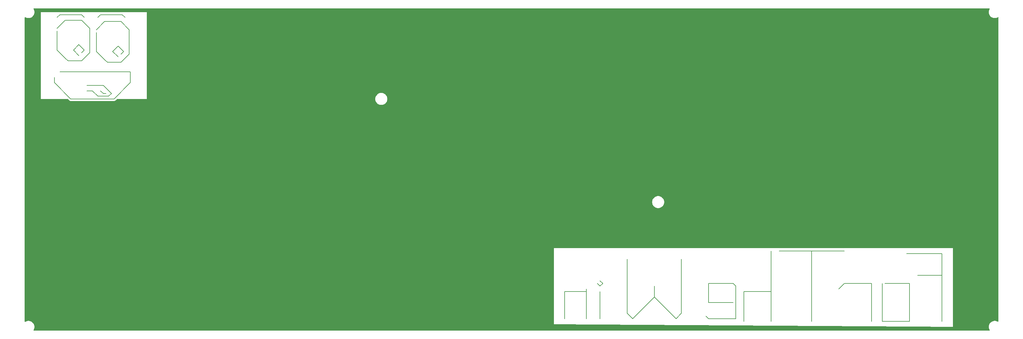
<source format=gbr>
%TF.GenerationSoftware,KiCad,Pcbnew,8.0.1*%
%TF.CreationDate,2024-05-23T20:02:43-06:00*%
%TF.ProjectId,BackDesign,4261636b-4465-4736-9967-6e2e6b696361,rev?*%
%TF.SameCoordinates,Original*%
%TF.FileFunction,Copper,L2,Bot*%
%TF.FilePolarity,Positive*%
%FSLAX46Y46*%
G04 Gerber Fmt 4.6, Leading zero omitted, Abs format (unit mm)*
G04 Created by KiCad (PCBNEW 8.0.1) date 2024-05-23 20:02:43*
%MOMM*%
%LPD*%
G01*
G04 APERTURE LIST*
%TA.AperFunction,Conductor*%
%ADD10C,0.200000*%
%TD*%
G04 APERTURE END LIST*
D10*
%TO.N,*%
X84925900Y-89688100D02*
X80163700Y-94450300D01*
X79766850Y-80560550D02*
X81354250Y-78973150D01*
X322242200Y-139691200D02*
X322242200Y-146040800D01*
X66670800Y-83338500D02*
X65877100Y-82544800D01*
X79370000Y-94450300D02*
X67464500Y-94450300D01*
X65083400Y-69845600D02*
X70639300Y-69845600D01*
X84529050Y-75004650D02*
X84529050Y-81354250D01*
X253984000Y-148421900D02*
X261127300Y-148421900D01*
X218267500Y-150803000D02*
X211917900Y-150803000D01*
X82147950Y-71829850D02*
X84529050Y-74210950D01*
X75004650Y-80560550D02*
X75004650Y-75004650D01*
X222236000Y-149215600D02*
X221442300Y-148421900D01*
X261921000Y-150009300D02*
X261921000Y-158740000D01*
X292081600Y-150009300D02*
X293669000Y-148421900D01*
X76988900Y-90481800D02*
X79370000Y-92862900D01*
X77385750Y-82941650D02*
X75004650Y-80560550D01*
X73020400Y-73814100D02*
X73020400Y-74607800D01*
X261921000Y-158740000D02*
X253984000Y-158740000D01*
X322242200Y-146040800D02*
X321448500Y-146040800D01*
X293669000Y-148421900D02*
X301606000Y-148421900D01*
X84529050Y-74210950D02*
X84529050Y-75004650D01*
X64289700Y-86513300D02*
X65083400Y-86513300D01*
X77385750Y-71829850D02*
X82147950Y-71829850D01*
X70639300Y-71433000D02*
X73020400Y-73814100D01*
X211917900Y-150803000D02*
X211917900Y-151596700D01*
X284144600Y-157946300D02*
X284144600Y-138897500D01*
X311924100Y-139691200D02*
X322242200Y-139691200D01*
X312717800Y-159533700D02*
X304780800Y-159533700D01*
X68258200Y-80163700D02*
X69845600Y-78576300D01*
X69845600Y-83338500D02*
X66670800Y-83338500D01*
X65083400Y-86513300D02*
X84925900Y-86513300D01*
X80163700Y-94450300D02*
X79370000Y-94450300D01*
X84529050Y-81354250D02*
X82147950Y-83735350D01*
X272239100Y-138897500D02*
X272239100Y-139691200D01*
X253984000Y-153977800D02*
X253984000Y-153184100D01*
X272239100Y-150803000D02*
X272239100Y-156358900D01*
X81354250Y-78973150D02*
X82941650Y-80560550D01*
X78179450Y-83735350D02*
X77385750Y-82941650D01*
X82941650Y-80560550D02*
X82147950Y-81354250D01*
X253984000Y-153184100D02*
X253984000Y-148421900D01*
X218267500Y-158740000D02*
X218267500Y-157946300D01*
X62702300Y-89688100D02*
X62702300Y-88100700D01*
X78576300Y-93656600D02*
X75401500Y-93656600D01*
X82544800Y-69845600D02*
X83338500Y-70639300D01*
X72226700Y-90481800D02*
X76988900Y-90481800D01*
X238110000Y-152390400D02*
X231760400Y-158740000D01*
X64289700Y-69845600D02*
X65083400Y-69845600D01*
X264302100Y-159533700D02*
X264302100Y-150803000D01*
X218267500Y-157946300D02*
X218267500Y-150803000D01*
X73020400Y-74607800D02*
X73020400Y-80957400D01*
X322242200Y-146040800D02*
X322242200Y-159533700D01*
X63496000Y-70639300D02*
X64289700Y-69845600D01*
X63496000Y-80163700D02*
X63496000Y-74607800D01*
X70639300Y-83338500D02*
X69845600Y-83338500D01*
X84925900Y-86513300D02*
X84925900Y-89688100D01*
X246047000Y-141278600D02*
X246047000Y-157152600D01*
X211917900Y-151596700D02*
X211917900Y-158740000D01*
X223029700Y-148421900D02*
X222236000Y-149215600D01*
X272239100Y-156358900D02*
X272239100Y-157152600D01*
X81354250Y-82147950D02*
X79766850Y-80560550D01*
X272239100Y-157152600D02*
X272239100Y-159533700D01*
X75401500Y-93656600D02*
X73814100Y-92069200D01*
X67464500Y-94450300D02*
X62702300Y-89688100D01*
X76195200Y-92069200D02*
X76988900Y-92862900D01*
X305574500Y-148421900D02*
X306368200Y-148421900D01*
X312717800Y-148421900D02*
X312717800Y-159533700D01*
X65877100Y-82544800D02*
X63496000Y-80163700D01*
X264302100Y-150803000D02*
X272239100Y-150803000D01*
X218267500Y-150803000D02*
X218267500Y-150009300D01*
X69845600Y-78576300D02*
X71433000Y-80163700D01*
X82147950Y-83735350D02*
X81354250Y-83735350D01*
X70639300Y-69845600D02*
X71433000Y-70639300D01*
X76988900Y-92862900D02*
X77782600Y-92862900D01*
X69845600Y-81751100D02*
X68258200Y-80163700D01*
X65877100Y-71433000D02*
X70639300Y-71433000D01*
X304780800Y-159533700D02*
X304780800Y-148421900D01*
X272239100Y-139691200D02*
X272239100Y-150803000D01*
X244459600Y-158740000D02*
X238110000Y-152390400D01*
X253984000Y-158740000D02*
X253190300Y-157946300D01*
X76195200Y-69845600D02*
X82544800Y-69845600D01*
X81354250Y-83735350D02*
X78179450Y-83735350D01*
X293669000Y-138897500D02*
X274620200Y-138897500D01*
X246047000Y-157152600D02*
X244459600Y-158740000D01*
X231760400Y-158740000D02*
X230173000Y-157152600D01*
X301606000Y-148421900D02*
X301606000Y-149215600D01*
X71433000Y-80163700D02*
X70639300Y-80957400D01*
X261127300Y-148421900D02*
X261921000Y-149215600D01*
X75401500Y-70639300D02*
X76195200Y-69845600D01*
X306368200Y-148421900D02*
X312717800Y-148421900D01*
X261127300Y-153977800D02*
X253984000Y-153977800D01*
X222236000Y-147628200D02*
X223029700Y-148421900D01*
X63496000Y-73814100D02*
X65877100Y-71433000D01*
X284144600Y-158740000D02*
X284144600Y-159533700D01*
X222236000Y-158740000D02*
X222236000Y-150803000D01*
X238110000Y-152390400D02*
X238110000Y-149215600D01*
X284144600Y-138897500D02*
X293669000Y-138897500D01*
X75004650Y-74210950D02*
X77385750Y-71829850D01*
X284144600Y-158740000D02*
X284144600Y-157946300D01*
X321448500Y-146040800D02*
X315098900Y-146040800D01*
X261921000Y-149215600D02*
X261921000Y-150009300D01*
X73814100Y-92069200D02*
X72226700Y-92069200D01*
X230173000Y-157152600D02*
X230173000Y-141278600D01*
X73020400Y-80957400D02*
X70639300Y-83338500D01*
X79370000Y-92862900D02*
X78576300Y-93656600D01*
X301606000Y-149215600D02*
X301606000Y-159533700D01*
%TD*%
%TA.AperFunction,NonConductor*%
G36*
X336118384Y-67984685D02*
G01*
X336164139Y-68037489D01*
X336174083Y-68106647D01*
X336158732Y-68151000D01*
X336078332Y-68290256D01*
X335982482Y-68534478D01*
X335982476Y-68534497D01*
X335924097Y-68790274D01*
X335924096Y-68790279D01*
X335904492Y-69051895D01*
X335904492Y-69051900D01*
X335924096Y-69313520D01*
X335924097Y-69313525D01*
X335982476Y-69569302D01*
X335982478Y-69569311D01*
X335982480Y-69569316D01*
X336078332Y-69813543D01*
X336209514Y-70040757D01*
X336341636Y-70206433D01*
X336373098Y-70245885D01*
X336554653Y-70414341D01*
X336565421Y-70424333D01*
X336782196Y-70572128D01*
X336782201Y-70572130D01*
X336782202Y-70572131D01*
X336782203Y-70572132D01*
X336834009Y-70597080D01*
X337018573Y-70685961D01*
X337018574Y-70685961D01*
X337018577Y-70685963D01*
X337269285Y-70763296D01*
X337528718Y-70802400D01*
X337791082Y-70802400D01*
X338050515Y-70763296D01*
X338301223Y-70685963D01*
X338537604Y-70572128D01*
X338552948Y-70561666D01*
X338619425Y-70540165D01*
X338686975Y-70558017D01*
X338734150Y-70609556D01*
X338746800Y-70664119D01*
X338746800Y-159508880D01*
X338727115Y-159575919D01*
X338674311Y-159621674D01*
X338605153Y-159631618D01*
X338552950Y-159611334D01*
X338537611Y-159600876D01*
X338537596Y-159600867D01*
X338301225Y-159487038D01*
X338301227Y-159487038D01*
X338050523Y-159409706D01*
X338050519Y-159409705D01*
X338050515Y-159409704D01*
X337925723Y-159390894D01*
X337791087Y-159370600D01*
X337791082Y-159370600D01*
X337528718Y-159370600D01*
X337528712Y-159370600D01*
X337367147Y-159394953D01*
X337269285Y-159409704D01*
X337269282Y-159409705D01*
X337269276Y-159409706D01*
X337018573Y-159487038D01*
X336782203Y-159600867D01*
X336782202Y-159600868D01*
X336565420Y-159748667D01*
X336373098Y-159927114D01*
X336209514Y-160132243D01*
X336078332Y-160359456D01*
X335982482Y-160603678D01*
X335982476Y-160603697D01*
X335924097Y-160859474D01*
X335924096Y-160859479D01*
X335904492Y-161121095D01*
X335904492Y-161121104D01*
X335924096Y-161382720D01*
X335924097Y-161382725D01*
X335982476Y-161638502D01*
X335982482Y-161638521D01*
X336078332Y-161882743D01*
X336158732Y-162022000D01*
X336175205Y-162089900D01*
X336152352Y-162155927D01*
X336097431Y-162199118D01*
X336051345Y-162208000D01*
X56711255Y-162208000D01*
X56644216Y-162188315D01*
X56598461Y-162135511D01*
X56588517Y-162066353D01*
X56603868Y-162022000D01*
X56606953Y-162016656D01*
X56684268Y-161882743D01*
X56780120Y-161638516D01*
X56838502Y-161382730D01*
X56858108Y-161121100D01*
X56838502Y-160859470D01*
X56780120Y-160603684D01*
X56684268Y-160359457D01*
X56553086Y-160132243D01*
X56389505Y-159927119D01*
X56389504Y-159927118D01*
X56389501Y-159927114D01*
X56197179Y-159748667D01*
X56189599Y-159743499D01*
X55980404Y-159600872D01*
X55980400Y-159600870D01*
X55980397Y-159600868D01*
X55980396Y-159600867D01*
X55744025Y-159487038D01*
X55744027Y-159487038D01*
X55493323Y-159409706D01*
X55493319Y-159409705D01*
X55493315Y-159409704D01*
X55368523Y-159390894D01*
X55233887Y-159370600D01*
X55233882Y-159370600D01*
X54971518Y-159370600D01*
X54971512Y-159370600D01*
X54809947Y-159394953D01*
X54712085Y-159409704D01*
X54712082Y-159409705D01*
X54712076Y-159409706D01*
X54461373Y-159487038D01*
X54225003Y-159600867D01*
X54224988Y-159600876D01*
X54209650Y-159611334D01*
X54143171Y-159632834D01*
X54075621Y-159614979D01*
X54028448Y-159563439D01*
X54015800Y-159508880D01*
X54015800Y-138103800D01*
X208743100Y-138103800D01*
X208743100Y-160327400D01*
X325417000Y-161121100D01*
X325417000Y-138103800D01*
X208743100Y-138103800D01*
X54015800Y-138103800D01*
X54015800Y-124610904D01*
X237485692Y-124610904D01*
X237505296Y-124872520D01*
X237505297Y-124872525D01*
X237563676Y-125128302D01*
X237563678Y-125128311D01*
X237563680Y-125128316D01*
X237659532Y-125372543D01*
X237790714Y-125599757D01*
X237922836Y-125765433D01*
X237954298Y-125804885D01*
X238135853Y-125973341D01*
X238146621Y-125983333D01*
X238363396Y-126131128D01*
X238363401Y-126131130D01*
X238363402Y-126131131D01*
X238363403Y-126131132D01*
X238488943Y-126191588D01*
X238599773Y-126244961D01*
X238599774Y-126244961D01*
X238599777Y-126244963D01*
X238850485Y-126322296D01*
X239109918Y-126361400D01*
X239372282Y-126361400D01*
X239631715Y-126322296D01*
X239882423Y-126244963D01*
X240118804Y-126131128D01*
X240335579Y-125983333D01*
X240527905Y-125804881D01*
X240691486Y-125599757D01*
X240822668Y-125372543D01*
X240918520Y-125128316D01*
X240976902Y-124872530D01*
X240996508Y-124610900D01*
X240976902Y-124349270D01*
X240918520Y-124093484D01*
X240822668Y-123849257D01*
X240691486Y-123622043D01*
X240527905Y-123416919D01*
X240527904Y-123416918D01*
X240527901Y-123416914D01*
X240335579Y-123238467D01*
X240118804Y-123090672D01*
X240118800Y-123090670D01*
X240118797Y-123090668D01*
X240118796Y-123090667D01*
X239882425Y-122976838D01*
X239882427Y-122976838D01*
X239631723Y-122899506D01*
X239631719Y-122899505D01*
X239631715Y-122899504D01*
X239506923Y-122880694D01*
X239372287Y-122860400D01*
X239372282Y-122860400D01*
X239109918Y-122860400D01*
X239109912Y-122860400D01*
X238948347Y-122884753D01*
X238850485Y-122899504D01*
X238850482Y-122899505D01*
X238850476Y-122899506D01*
X238599773Y-122976838D01*
X238363403Y-123090667D01*
X238363402Y-123090668D01*
X238146620Y-123238467D01*
X237954298Y-123416914D01*
X237790714Y-123622043D01*
X237659532Y-123849256D01*
X237563682Y-124093478D01*
X237563676Y-124093497D01*
X237505297Y-124349274D01*
X237505296Y-124349279D01*
X237485692Y-124610895D01*
X237485692Y-124610904D01*
X54015800Y-124610904D01*
X54015800Y-70664119D01*
X54035485Y-70597080D01*
X54088289Y-70551325D01*
X54157447Y-70541381D01*
X54209650Y-70561665D01*
X54224996Y-70572128D01*
X54224999Y-70572129D01*
X54225003Y-70572132D01*
X54276809Y-70597080D01*
X54461373Y-70685961D01*
X54461374Y-70685961D01*
X54461377Y-70685963D01*
X54712085Y-70763296D01*
X54971518Y-70802400D01*
X55233882Y-70802400D01*
X55493315Y-70763296D01*
X55744023Y-70685963D01*
X55980404Y-70572128D01*
X56197179Y-70424333D01*
X56389505Y-70245881D01*
X56553086Y-70040757D01*
X56684268Y-69813543D01*
X56780120Y-69569316D01*
X56838502Y-69313530D01*
X56858108Y-69051900D01*
X58733800Y-69051900D01*
X58733800Y-94450300D01*
X66563903Y-94450300D01*
X66630942Y-94469985D01*
X66651584Y-94486619D01*
X66979639Y-94814674D01*
X66979649Y-94814685D01*
X66983979Y-94819015D01*
X66983980Y-94819016D01*
X67095784Y-94930820D01*
X67159700Y-94967721D01*
X67182595Y-94980939D01*
X67182597Y-94980941D01*
X67220651Y-95002911D01*
X67232715Y-95009877D01*
X67385443Y-95050801D01*
X67385446Y-95050801D01*
X67551153Y-95050801D01*
X67551169Y-95050800D01*
X79290943Y-95050800D01*
X80077031Y-95050800D01*
X80077047Y-95050801D01*
X80084643Y-95050801D01*
X80242754Y-95050801D01*
X80242757Y-95050801D01*
X80395485Y-95009877D01*
X80445604Y-94980939D01*
X80532416Y-94930820D01*
X80644220Y-94819016D01*
X80644221Y-94819013D01*
X80976617Y-94486616D01*
X81037939Y-94453134D01*
X81064297Y-94450300D01*
X89688100Y-94450300D01*
X156528292Y-94450300D01*
X156547896Y-94711920D01*
X156547897Y-94711925D01*
X156606276Y-94967702D01*
X156606278Y-94967711D01*
X156606280Y-94967716D01*
X156702132Y-95211943D01*
X156833314Y-95439157D01*
X156965436Y-95604833D01*
X156996898Y-95644285D01*
X157178453Y-95812741D01*
X157189221Y-95822733D01*
X157405996Y-95970528D01*
X157406001Y-95970530D01*
X157406002Y-95970531D01*
X157406003Y-95970532D01*
X157531543Y-96030988D01*
X157642373Y-96084361D01*
X157642374Y-96084361D01*
X157642377Y-96084363D01*
X157893085Y-96161696D01*
X158152518Y-96200800D01*
X158414882Y-96200800D01*
X158674315Y-96161696D01*
X158925023Y-96084363D01*
X159161404Y-95970528D01*
X159378179Y-95822733D01*
X159570505Y-95644281D01*
X159734086Y-95439157D01*
X159865268Y-95211943D01*
X159961120Y-94967716D01*
X160019502Y-94711930D01*
X160039108Y-94450300D01*
X160019502Y-94188670D01*
X159961120Y-93932884D01*
X159865268Y-93688657D01*
X159734086Y-93461443D01*
X159570505Y-93256319D01*
X159570504Y-93256318D01*
X159570501Y-93256314D01*
X159378179Y-93077867D01*
X159161404Y-92930072D01*
X159161400Y-92930070D01*
X159161397Y-92930068D01*
X159161396Y-92930067D01*
X158925025Y-92816238D01*
X158925027Y-92816238D01*
X158674323Y-92738906D01*
X158674319Y-92738905D01*
X158674315Y-92738904D01*
X158549523Y-92720094D01*
X158414887Y-92699800D01*
X158414882Y-92699800D01*
X158152518Y-92699800D01*
X158152512Y-92699800D01*
X157990947Y-92724153D01*
X157893085Y-92738904D01*
X157893082Y-92738905D01*
X157893076Y-92738906D01*
X157642373Y-92816238D01*
X157406003Y-92930067D01*
X157406002Y-92930068D01*
X157189220Y-93077867D01*
X156996898Y-93256314D01*
X156833314Y-93461443D01*
X156702132Y-93688656D01*
X156606282Y-93932878D01*
X156606276Y-93932897D01*
X156547897Y-94188674D01*
X156547896Y-94188679D01*
X156528292Y-94450295D01*
X156528292Y-94450300D01*
X89688100Y-94450300D01*
X89688100Y-69051900D01*
X58733800Y-69051900D01*
X56858108Y-69051900D01*
X56838502Y-68790270D01*
X56780120Y-68534484D01*
X56684268Y-68290257D01*
X56603868Y-68151000D01*
X56587395Y-68083100D01*
X56610248Y-68017073D01*
X56665169Y-67973882D01*
X56711255Y-67965000D01*
X336051345Y-67965000D01*
X336118384Y-67984685D01*
G37*
%TD.AperFunction*%
M02*

</source>
